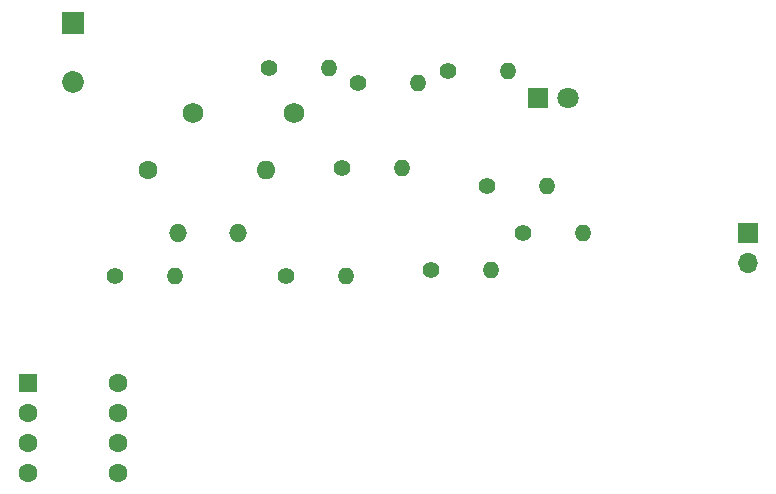
<source format=gbl>
G04 #@! TF.FileFunction,Copper,L2,Bot,Signal*
%FSLAX46Y46*%
G04 Gerber Fmt 4.6, Leading zero omitted, Abs format (unit mm)*
G04 Created by KiCad (PCBNEW 4.0.7) date 07/05/18 21:39:14*
%MOMM*%
%LPD*%
G01*
G04 APERTURE LIST*
%ADD10C,0.100000*%
%ADD11R,1.700000X1.700000*%
%ADD12O,1.700000X1.700000*%
%ADD13R,1.850000X1.850000*%
%ADD14C,1.850000*%
%ADD15C,1.600000*%
%ADD16O,1.600000X1.600000*%
%ADD17C,1.733000*%
%ADD18R,1.800000X1.800000*%
%ADD19C,1.800000*%
%ADD20C,1.400000*%
%ADD21O,1.400000X1.400000*%
%ADD22O,1.524000X1.524000*%
%ADD23R,1.600000X1.600000*%
G04 APERTURE END LIST*
D10*
D11*
X182880000Y-110490000D03*
D12*
X182880000Y-113030000D03*
D13*
X125730000Y-92710000D03*
D14*
X125730000Y-97710000D03*
D15*
X132080000Y-105156000D03*
D16*
X142080000Y-105156000D03*
D17*
X135890000Y-100330000D03*
X144450000Y-100330000D03*
D18*
X165100000Y-99060000D03*
D19*
X167640000Y-99060000D03*
D20*
X149860000Y-97790000D03*
D21*
X154940000Y-97790000D03*
D20*
X163830000Y-110490000D03*
D21*
X168910000Y-110490000D03*
D20*
X143764000Y-114173000D03*
D21*
X148844000Y-114173000D03*
D20*
X156083000Y-113665000D03*
D21*
X161163000Y-113665000D03*
D20*
X160782000Y-106553000D03*
D21*
X165862000Y-106553000D03*
D20*
X157480000Y-96774000D03*
D21*
X162560000Y-96774000D03*
D20*
X129286000Y-114173000D03*
D21*
X134366000Y-114173000D03*
D20*
X142367000Y-96520000D03*
D21*
X147447000Y-96520000D03*
D20*
X148501100Y-105003600D03*
D21*
X153581100Y-105003600D03*
D22*
X134620000Y-110490000D03*
X139700000Y-110490000D03*
D23*
X121920000Y-123190000D03*
D15*
X121920000Y-125730000D03*
X121920000Y-128270000D03*
X121920000Y-130810000D03*
X129540000Y-130810000D03*
X129540000Y-128270000D03*
X129540000Y-125730000D03*
X129540000Y-123190000D03*
M02*

</source>
